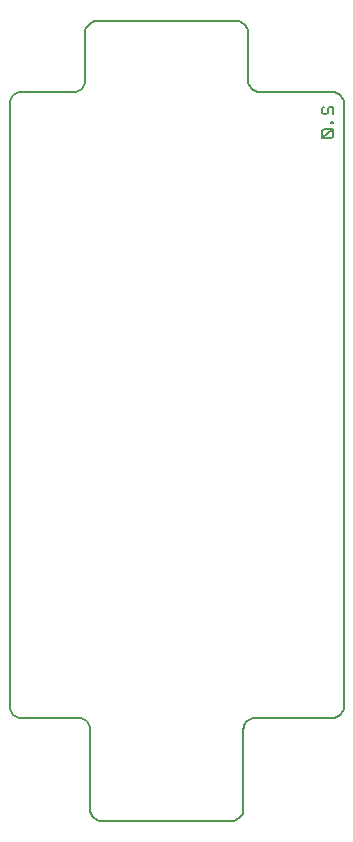
<source format=gbr>
G04 PROTEUS RS274X GERBER FILE*
%FSLAX45Y45*%
%MOMM*%
G01*
%ADD23C,0.203200*%
D23*
X+1372720Y+2593600D02*
X+1357480Y+2580900D01*
X+1357480Y+2542800D01*
X+1372720Y+2530100D01*
X+1387960Y+2530100D01*
X+1403200Y+2542800D01*
X+1403200Y+2580900D01*
X+1418440Y+2593600D01*
X+1448920Y+2593600D01*
X+1448920Y+2530100D01*
X+1433680Y+2466600D02*
X+1433680Y+2453900D01*
X+1448920Y+2453900D01*
X+1448920Y+2466600D01*
X+1433680Y+2466600D01*
X+1433680Y+2403100D02*
X+1372720Y+2403100D01*
X+1357480Y+2390400D01*
X+1357480Y+2339600D01*
X+1372720Y+2326900D01*
X+1433680Y+2326900D01*
X+1448920Y+2339600D01*
X+1448920Y+2390400D01*
X+1433680Y+2403100D01*
X+1448920Y+2403100D02*
X+1357480Y+2326900D01*
X-610000Y-3352045D02*
X-608010Y-3372492D01*
X-602285Y-3391400D01*
X-581094Y-3423139D01*
X-549356Y-3444330D01*
X-530447Y-3450055D01*
X-510000Y-3452045D01*
X-610000Y-3352045D02*
X-610000Y-2682045D01*
X-611990Y-2661598D01*
X-617715Y-2642690D01*
X-638906Y-2610951D01*
X-670644Y-2589760D01*
X-689553Y-2584035D01*
X-710000Y-2582045D01*
X-1190000Y-2582045D01*
X-1290000Y-2482045D02*
X-1288010Y-2502492D01*
X-1282285Y-2521400D01*
X-1261094Y-2553139D01*
X-1229356Y-2574330D01*
X-1210447Y-2580055D01*
X-1190000Y-2582045D01*
X-1290000Y-2482045D02*
X-1290000Y+2617964D01*
X-1288010Y+2638411D01*
X-1282285Y+2657319D01*
X-1261094Y+2689058D01*
X-1229356Y+2710249D01*
X-1210447Y+2715974D01*
X-1190000Y+2717964D01*
X-750000Y+2717964D01*
X-650000Y+2817964D02*
X-651990Y+2797517D01*
X-657715Y+2778609D01*
X-678906Y+2746870D01*
X-710644Y+2725679D01*
X-729553Y+2719954D01*
X-750000Y+2717964D01*
X-650000Y+2817964D02*
X-650000Y+3218300D01*
X-648010Y+3238747D01*
X-642285Y+3257655D01*
X-621094Y+3289394D01*
X-589356Y+3310585D01*
X-570447Y+3316310D01*
X-550000Y+3318300D01*
X+630000Y+3318300D01*
X+730000Y+3218300D02*
X+728010Y+3238747D01*
X+722285Y+3257655D01*
X+701094Y+3289394D01*
X+669356Y+3310585D01*
X+650447Y+3316310D01*
X+630000Y+3318300D01*
X+730000Y+3218300D02*
X+730000Y+2817964D01*
X+731990Y+2797517D01*
X+737715Y+2778609D01*
X+758906Y+2746870D01*
X+790644Y+2725679D01*
X+809553Y+2719954D01*
X+830000Y+2717964D01*
X+1440000Y+2717964D01*
X+1540000Y+2617964D02*
X+1538010Y+2638411D01*
X+1532285Y+2657319D01*
X+1511094Y+2689058D01*
X+1479356Y+2710249D01*
X+1460447Y+2715974D01*
X+1440000Y+2717964D01*
X+1540000Y+2617964D02*
X+1540000Y-2482045D01*
X+1538010Y-2502492D01*
X+1532285Y-2521400D01*
X+1511094Y-2553139D01*
X+1479356Y-2574330D01*
X+1460447Y-2580055D01*
X+1440000Y-2582045D01*
X+790000Y-2582045D01*
X+690000Y-2682045D02*
X+691990Y-2661598D01*
X+697715Y-2642690D01*
X+718906Y-2610951D01*
X+750644Y-2589760D01*
X+769553Y-2584035D01*
X+790000Y-2582045D01*
X+690000Y-2682045D02*
X+690000Y-3352045D01*
X+688010Y-3372492D01*
X+682285Y-3391400D01*
X+661094Y-3423139D01*
X+629356Y-3444330D01*
X+610447Y-3450055D01*
X+590000Y-3452045D01*
X+302500Y-3452045D01*
X-222500Y-3452045D02*
X-510000Y-3452045D01*
X+302500Y-3452045D02*
X-222500Y-3452045D01*
M02*

</source>
